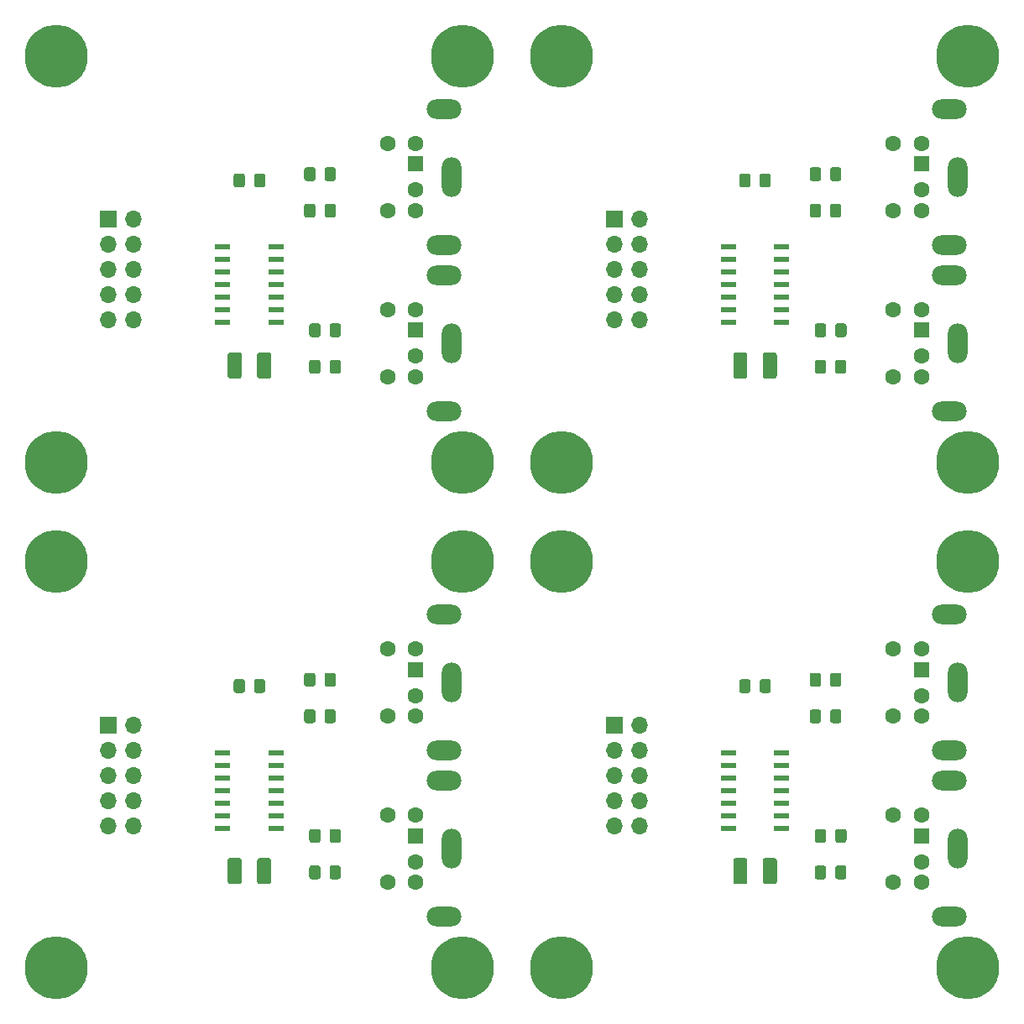
<source format=gts>
%MOIN*%
%OFA0B0*%
%FSLAX46Y46*%
%IPPOS*%
%LPD*%
%ADD10C,0.25*%
%ADD11O,0.13779527559055119X0.07874015748031496*%
%ADD12R,0.062992125984251982X0.062992125984251982*%
%ADD13C,0.062992125984251982*%
%ADD14O,0.07874015748031496X0.15748031496062992*%
%ADD15R,0.066929133858267723X0.066929133858267723*%
%ADD16O,0.066929133858267723X0.066929133858267723*%
%ADD17R,0.059055118110236227X0.023622047244094488*%
%ADD28C,0.25*%
%ADD29O,0.13779527559055119X0.07874015748031496*%
%ADD30R,0.062992125984251982X0.062992125984251982*%
%ADD31C,0.062992125984251982*%
%ADD32O,0.07874015748031496X0.15748031496062992*%
%ADD33R,0.066929133858267723X0.066929133858267723*%
%ADD34O,0.066929133858267723X0.066929133858267723*%
%ADD35R,0.059055118110236227X0.023622047244094488*%
%ADD36C,0.25*%
%ADD37O,0.13779527559055119X0.07874015748031496*%
%ADD38R,0.062992125984251982X0.062992125984251982*%
%ADD39C,0.062992125984251982*%
%ADD40O,0.07874015748031496X0.15748031496062992*%
%ADD41R,0.066929133858267723X0.066929133858267723*%
%ADD42O,0.066929133858267723X0.066929133858267723*%
%ADD43R,0.059055118110236227X0.023622047244094488*%
%ADD44C,0.25*%
%ADD45O,0.13779527559055119X0.07874015748031496*%
%ADD46R,0.062992125984251982X0.062992125984251982*%
%ADD47C,0.062992125984251982*%
%ADD48O,0.07874015748031496X0.15748031496062992*%
%ADD49R,0.066929133858267723X0.066929133858267723*%
%ADD50O,0.066929133858267723X0.066929133858267723*%
%ADD51R,0.059055118110236227X0.023622047244094488*%
G01*
D10*
X-0000393700Y0002322834D02*
X0000157480Y0000157480D03*
X0001771653Y0000157480D03*
X0001771653Y0001771653D03*
X0000157480Y0001771653D03*
D11*
X0001698503Y0001021968D03*
X0001698503Y0001561338D03*
D12*
X0001586299Y0001342834D03*
D13*
X0001586299Y0001240472D03*
X0001586299Y0001425511D03*
X0001586299Y0001157795D03*
X0001476062Y0001425511D03*
X0001476062Y0001157795D03*
D14*
X0001730000Y0001291653D03*
X0001730000Y0000631653D03*
D13*
X0001476062Y0000497795D03*
X0001476062Y0000765511D03*
X0001586299Y0000497795D03*
X0001586299Y0000765511D03*
X0001586299Y0000580472D03*
D12*
X0001586299Y0000682834D03*
D11*
X0001698503Y0000901338D03*
X0001698503Y0000361968D03*
D15*
X0000366299Y0001122834D03*
D16*
X0000466299Y0001122834D03*
X0000366299Y0001022834D03*
X0000466299Y0001022834D03*
X0000366299Y0000922834D03*
X0000466299Y0000922834D03*
X0000366299Y0000822834D03*
X0000466299Y0000822834D03*
X0000366299Y0000722834D03*
X0000466299Y0000722834D03*
D17*
X0000820000Y0001012834D03*
X0000820000Y0000962834D03*
X0000820000Y0000912834D03*
X0000820000Y0000862834D03*
X0000820000Y0000812834D03*
X0000820000Y0000762834D03*
X0000820000Y0000712834D03*
X0001032598Y0000712834D03*
X0001032598Y0000762834D03*
X0001032598Y0000812834D03*
X0001032598Y0000862834D03*
X0001032598Y0000912834D03*
X0001032598Y0000962834D03*
X0001032598Y0001012834D03*
G36*
G01*
X0000839685Y0000500511D02*
X0000839685Y0000585157D01*
G75*
G02*
X0000849527Y0000595000I0000009842D01*
G01*
X0000885944Y0000595000D01*
G75*
G02*
X0000895787Y0000585157J-0000009842D01*
G01*
X0000895787Y0000500511D01*
G75*
G02*
X0000885944Y0000490669I-0000009842D01*
G01*
X0000849527Y0000490669D01*
G75*
G02*
X0000839685Y0000500511J0000009842D01*
G01*
G37*
G36*
G01*
X0000956810Y0000500511D02*
X0000956810Y0000585157D01*
G75*
G02*
X0000966653Y0000595000I0000009842D01*
G01*
X0001003070Y0000595000D01*
G75*
G02*
X0001012913Y0000585157J-0000009842D01*
G01*
X0001012913Y0000500511D01*
G75*
G02*
X0001003070Y0000490669I-0000009842D01*
G01*
X0000966653Y0000490669D01*
G75*
G02*
X0000956810Y0000500511J0000009842D01*
G01*
G37*
G36*
G01*
X0001143307Y0001285118D02*
X0001143307Y0001320551D01*
G75*
G02*
X0001153149Y0001330393I0000009842D01*
G01*
X0001178740Y0001330393D01*
G75*
G02*
X0001188582Y0001320551J-0000009842D01*
G01*
X0001188582Y0001285118D01*
G75*
G02*
X0001178740Y0001275275I-0000009842D01*
G01*
X0001153149Y0001275275D01*
G75*
G02*
X0001143307Y0001285118J0000009842D01*
G01*
G37*
G36*
G01*
X0001224015Y0001285118D02*
X0001224015Y0001320551D01*
G75*
G02*
X0001233858Y0001330393I0000009842D01*
G01*
X0001259448Y0001330393D01*
G75*
G02*
X0001269291Y0001320551J-0000009842D01*
G01*
X0001269291Y0001285118D01*
G75*
G02*
X0001259448Y0001275275I-0000009842D01*
G01*
X0001233858Y0001275275D01*
G75*
G02*
X0001224015Y0001285118J0000009842D01*
G01*
G37*
G36*
G01*
X0001224015Y0001140118D02*
X0001224015Y0001175551D01*
G75*
G02*
X0001233858Y0001185393I0000009842D01*
G01*
X0001259448Y0001185393D01*
G75*
G02*
X0001269291Y0001175551J-0000009842D01*
G01*
X0001269291Y0001140118D01*
G75*
G02*
X0001259448Y0001130275I-0000009842D01*
G01*
X0001233858Y0001130275D01*
G75*
G02*
X0001224015Y0001140118J0000009842D01*
G01*
G37*
G36*
G01*
X0001143307Y0001140118D02*
X0001143307Y0001175551D01*
G75*
G02*
X0001153149Y0001185393I0000009842D01*
G01*
X0001178740Y0001185393D01*
G75*
G02*
X0001188582Y0001175551J-0000009842D01*
G01*
X0001188582Y0001140118D01*
G75*
G02*
X0001178740Y0001130275I-0000009842D01*
G01*
X0001153149Y0001130275D01*
G75*
G02*
X0001143307Y0001140118J0000009842D01*
G01*
G37*
G36*
G01*
X0001163661Y0000665118D02*
X0001163661Y0000700551D01*
G75*
G02*
X0001173503Y0000710393I0000009842D01*
G01*
X0001199094Y0000710393D01*
G75*
G02*
X0001208937Y0000700551J-0000009842D01*
G01*
X0001208937Y0000665118D01*
G75*
G02*
X0001199094Y0000655275I-0000009842D01*
G01*
X0001173503Y0000655275D01*
G75*
G02*
X0001163661Y0000665118J0000009842D01*
G01*
G37*
G36*
G01*
X0001244370Y0000665118D02*
X0001244370Y0000700551D01*
G75*
G02*
X0001254212Y0000710393I0000009842D01*
G01*
X0001279803Y0000710393D01*
G75*
G02*
X0001289645Y0000700551J-0000009842D01*
G01*
X0001289645Y0000665118D01*
G75*
G02*
X0001279803Y0000655275I-0000009842D01*
G01*
X0001254212Y0000655275D01*
G75*
G02*
X0001244370Y0000665118J0000009842D01*
G01*
G37*
G36*
G01*
X0001244015Y0000520118D02*
X0001244015Y0000555551D01*
G75*
G02*
X0001253858Y0000565393I0000009842D01*
G01*
X0001279448Y0000565393D01*
G75*
G02*
X0001289291Y0000555551J-0000009842D01*
G01*
X0001289291Y0000520118D01*
G75*
G02*
X0001279448Y0000510275I-0000009842D01*
G01*
X0001253858Y0000510275D01*
G75*
G02*
X0001244015Y0000520118J0000009842D01*
G01*
G37*
G36*
G01*
X0001163307Y0000520118D02*
X0001163307Y0000555551D01*
G75*
G02*
X0001173149Y0000565393I0000009842D01*
G01*
X0001198740Y0000565393D01*
G75*
G02*
X0001208582Y0000555551J-0000009842D01*
G01*
X0001208582Y0000520118D01*
G75*
G02*
X0001198740Y0000510275I-0000009842D01*
G01*
X0001173149Y0000510275D01*
G75*
G02*
X0001163307Y0000520118J0000009842D01*
G01*
G37*
G36*
G01*
X0000863307Y0001260118D02*
X0000863307Y0001295551D01*
G75*
G02*
X0000873149Y0001305393I0000009842D01*
G01*
X0000898740Y0001305393D01*
G75*
G02*
X0000908582Y0001295551J-0000009842D01*
G01*
X0000908582Y0001260118D01*
G75*
G02*
X0000898740Y0001250275I-0000009842D01*
G01*
X0000873149Y0001250275D01*
G75*
G02*
X0000863307Y0001260118J0000009842D01*
G01*
G37*
G36*
G01*
X0000944015Y0001260118D02*
X0000944015Y0001295551D01*
G75*
G02*
X0000953858Y0001305393I0000009842D01*
G01*
X0000979448Y0001305393D01*
G75*
G02*
X0000989291Y0001295551J-0000009842D01*
G01*
X0000989291Y0001260118D01*
G75*
G02*
X0000979448Y0001250275I-0000009842D01*
G01*
X0000953858Y0001250275D01*
G75*
G02*
X0000944015Y0001260118J0000009842D01*
G01*
G37*
G04 next file*
G04 #@! TF.GenerationSoftware,KiCad,Pcbnew,(5.1.10)-1*
G04 #@! TF.CreationDate,2022-01-20T17:19:38-05:00*
G04 #@! TF.ProjectId,PS2X49,50533258-3439-42e6-9b69-6361645f7063,X1*
G04 #@! TF.SameCoordinates,Original*
G04 #@! TF.FileFunction,Soldermask,Top*
G04 #@! TF.FilePolarity,Negative*
G04 Gerber Fmt 4.6, Leading zero omitted, Abs format (unit mm)*
G04 Created by KiCad (PCBNEW (5.1.10)-1) date 2022-01-20 17:19:38*
G01*
G04 APERTURE LIST*
G04 APERTURE END LIST*
D28*
X0001614173Y0004330708D02*
X0002165354Y0002165354D03*
X0003779527Y0002165354D03*
X0003779527Y0003779527D03*
X0002165354Y0003779527D03*
D29*
X0003706377Y0003029842D03*
X0003706377Y0003569212D03*
D30*
X0003594173Y0003350708D03*
D31*
X0003594173Y0003248346D03*
X0003594173Y0003433385D03*
X0003594173Y0003165669D03*
X0003483936Y0003433385D03*
X0003483936Y0003165669D03*
D32*
X0003737874Y0003299527D03*
X0003737874Y0002639527D03*
D31*
X0003483936Y0002505669D03*
X0003483936Y0002773385D03*
X0003594173Y0002505669D03*
X0003594173Y0002773385D03*
X0003594173Y0002588346D03*
D30*
X0003594173Y0002690708D03*
D29*
X0003706377Y0002909212D03*
X0003706377Y0002369842D03*
D33*
X0002374173Y0003130708D03*
D34*
X0002474173Y0003130708D03*
X0002374173Y0003030708D03*
X0002474173Y0003030708D03*
X0002374173Y0002930708D03*
X0002474173Y0002930708D03*
X0002374173Y0002830708D03*
X0002474173Y0002830708D03*
X0002374173Y0002730708D03*
X0002474173Y0002730708D03*
D35*
X0002827874Y0003020708D03*
X0002827874Y0002970708D03*
X0002827874Y0002920708D03*
X0002827874Y0002870708D03*
X0002827874Y0002820708D03*
X0002827874Y0002770708D03*
X0002827874Y0002720708D03*
X0003040472Y0002720708D03*
X0003040472Y0002770708D03*
X0003040472Y0002820708D03*
X0003040472Y0002870708D03*
X0003040472Y0002920708D03*
X0003040472Y0002970708D03*
X0003040472Y0003020708D03*
G36*
G01*
X0002847559Y0002508385D02*
X0002847559Y0002593031D01*
G75*
G02*
X0002857401Y0002602874I0000009842D01*
G01*
X0002893818Y0002602874D01*
G75*
G02*
X0002903661Y0002593031J-0000009842D01*
G01*
X0002903661Y0002508385D01*
G75*
G02*
X0002893818Y0002498543I-0000009842D01*
G01*
X0002857401Y0002498543D01*
G75*
G02*
X0002847559Y0002508385J0000009842D01*
G01*
G37*
G36*
G01*
X0002964685Y0002508385D02*
X0002964685Y0002593031D01*
G75*
G02*
X0002974527Y0002602874I0000009842D01*
G01*
X0003010944Y0002602874D01*
G75*
G02*
X0003020787Y0002593031J-0000009842D01*
G01*
X0003020787Y0002508385D01*
G75*
G02*
X0003010944Y0002498543I-0000009842D01*
G01*
X0002974527Y0002498543D01*
G75*
G02*
X0002964685Y0002508385J0000009842D01*
G01*
G37*
G36*
G01*
X0003151181Y0003292992D02*
X0003151181Y0003328425D01*
G75*
G02*
X0003161023Y0003338267I0000009842D01*
G01*
X0003186614Y0003338267D01*
G75*
G02*
X0003196456Y0003328425J-0000009842D01*
G01*
X0003196456Y0003292992D01*
G75*
G02*
X0003186614Y0003283149I-0000009842D01*
G01*
X0003161023Y0003283149D01*
G75*
G02*
X0003151181Y0003292992J0000009842D01*
G01*
G37*
G36*
G01*
X0003231889Y0003292992D02*
X0003231889Y0003328425D01*
G75*
G02*
X0003241732Y0003338267I0000009842D01*
G01*
X0003267322Y0003338267D01*
G75*
G02*
X0003277165Y0003328425J-0000009842D01*
G01*
X0003277165Y0003292992D01*
G75*
G02*
X0003267322Y0003283149I-0000009842D01*
G01*
X0003241732Y0003283149D01*
G75*
G02*
X0003231889Y0003292992J0000009842D01*
G01*
G37*
G36*
G01*
X0003231889Y0003147992D02*
X0003231889Y0003183425D01*
G75*
G02*
X0003241732Y0003193267I0000009842D01*
G01*
X0003267322Y0003193267D01*
G75*
G02*
X0003277165Y0003183425J-0000009842D01*
G01*
X0003277165Y0003147992D01*
G75*
G02*
X0003267322Y0003138149I-0000009842D01*
G01*
X0003241732Y0003138149D01*
G75*
G02*
X0003231889Y0003147992J0000009842D01*
G01*
G37*
G36*
G01*
X0003151181Y0003147992D02*
X0003151181Y0003183425D01*
G75*
G02*
X0003161023Y0003193267I0000009842D01*
G01*
X0003186614Y0003193267D01*
G75*
G02*
X0003196456Y0003183425J-0000009842D01*
G01*
X0003196456Y0003147992D01*
G75*
G02*
X0003186614Y0003138149I-0000009842D01*
G01*
X0003161023Y0003138149D01*
G75*
G02*
X0003151181Y0003147992J0000009842D01*
G01*
G37*
G36*
G01*
X0003171535Y0002672992D02*
X0003171535Y0002708425D01*
G75*
G02*
X0003181377Y0002718267I0000009842D01*
G01*
X0003206968Y0002718267D01*
G75*
G02*
X0003216811Y0002708425J-0000009842D01*
G01*
X0003216811Y0002672992D01*
G75*
G02*
X0003206968Y0002663149I-0000009842D01*
G01*
X0003181377Y0002663149D01*
G75*
G02*
X0003171535Y0002672992J0000009842D01*
G01*
G37*
G36*
G01*
X0003252244Y0002672992D02*
X0003252244Y0002708425D01*
G75*
G02*
X0003262086Y0002718267I0000009842D01*
G01*
X0003287677Y0002718267D01*
G75*
G02*
X0003297519Y0002708425J-0000009842D01*
G01*
X0003297519Y0002672992D01*
G75*
G02*
X0003287677Y0002663149I-0000009842D01*
G01*
X0003262086Y0002663149D01*
G75*
G02*
X0003252244Y0002672992J0000009842D01*
G01*
G37*
G36*
G01*
X0003251889Y0002527992D02*
X0003251889Y0002563425D01*
G75*
G02*
X0003261732Y0002573267I0000009842D01*
G01*
X0003287322Y0002573267D01*
G75*
G02*
X0003297165Y0002563425J-0000009842D01*
G01*
X0003297165Y0002527992D01*
G75*
G02*
X0003287322Y0002518149I-0000009842D01*
G01*
X0003261732Y0002518149D01*
G75*
G02*
X0003251889Y0002527992J0000009842D01*
G01*
G37*
G36*
G01*
X0003171181Y0002527992D02*
X0003171181Y0002563425D01*
G75*
G02*
X0003181023Y0002573267I0000009842D01*
G01*
X0003206614Y0002573267D01*
G75*
G02*
X0003216456Y0002563425J-0000009842D01*
G01*
X0003216456Y0002527992D01*
G75*
G02*
X0003206614Y0002518149I-0000009842D01*
G01*
X0003181023Y0002518149D01*
G75*
G02*
X0003171181Y0002527992J0000009842D01*
G01*
G37*
G36*
G01*
X0002871181Y0003267992D02*
X0002871181Y0003303425D01*
G75*
G02*
X0002881023Y0003313267I0000009842D01*
G01*
X0002906614Y0003313267D01*
G75*
G02*
X0002916456Y0003303425J-0000009842D01*
G01*
X0002916456Y0003267992D01*
G75*
G02*
X0002906614Y0003258149I-0000009842D01*
G01*
X0002881023Y0003258149D01*
G75*
G02*
X0002871181Y0003267992J0000009842D01*
G01*
G37*
G36*
G01*
X0002951889Y0003267992D02*
X0002951889Y0003303425D01*
G75*
G02*
X0002961732Y0003313267I0000009842D01*
G01*
X0002987322Y0003313267D01*
G75*
G02*
X0002997165Y0003303425J-0000009842D01*
G01*
X0002997165Y0003267992D01*
G75*
G02*
X0002987322Y0003258149I-0000009842D01*
G01*
X0002961732Y0003258149D01*
G75*
G02*
X0002951889Y0003267992J0000009842D01*
G01*
G37*
G04 next file*
G04 #@! TF.GenerationSoftware,KiCad,Pcbnew,(5.1.10)-1*
G04 #@! TF.CreationDate,2022-01-20T17:19:38-05:00*
G04 #@! TF.ProjectId,PS2X49,50533258-3439-42e6-9b69-6361645f7063,X1*
G04 #@! TF.SameCoordinates,Original*
G04 #@! TF.FileFunction,Soldermask,Top*
G04 #@! TF.FilePolarity,Negative*
G04 Gerber Fmt 4.6, Leading zero omitted, Abs format (unit mm)*
G04 Created by KiCad (PCBNEW (5.1.10)-1) date 2022-01-20 17:19:38*
G01*
G04 APERTURE LIST*
G04 APERTURE END LIST*
D36*
X0001614173Y0002322834D02*
X0002165354Y0000157480D03*
X0003779527Y0000157480D03*
X0003779527Y0001771653D03*
X0002165354Y0001771653D03*
D37*
X0003706377Y0001021968D03*
X0003706377Y0001561338D03*
D38*
X0003594173Y0001342834D03*
D39*
X0003594173Y0001240472D03*
X0003594173Y0001425511D03*
X0003594173Y0001157795D03*
X0003483936Y0001425511D03*
X0003483936Y0001157795D03*
D40*
X0003737874Y0001291653D03*
X0003737874Y0000631653D03*
D39*
X0003483936Y0000497795D03*
X0003483936Y0000765511D03*
X0003594173Y0000497795D03*
X0003594173Y0000765511D03*
X0003594173Y0000580472D03*
D38*
X0003594173Y0000682834D03*
D37*
X0003706377Y0000901338D03*
X0003706377Y0000361968D03*
D41*
X0002374173Y0001122834D03*
D42*
X0002474173Y0001122834D03*
X0002374173Y0001022834D03*
X0002474173Y0001022834D03*
X0002374173Y0000922834D03*
X0002474173Y0000922834D03*
X0002374173Y0000822834D03*
X0002474173Y0000822834D03*
X0002374173Y0000722834D03*
X0002474173Y0000722834D03*
D43*
X0002827874Y0001012834D03*
X0002827874Y0000962834D03*
X0002827874Y0000912834D03*
X0002827874Y0000862834D03*
X0002827874Y0000812834D03*
X0002827874Y0000762834D03*
X0002827874Y0000712834D03*
X0003040472Y0000712834D03*
X0003040472Y0000762834D03*
X0003040472Y0000812834D03*
X0003040472Y0000862834D03*
X0003040472Y0000912834D03*
X0003040472Y0000962834D03*
X0003040472Y0001012834D03*
G36*
G01*
X0002847559Y0000500511D02*
X0002847559Y0000585157D01*
G75*
G02*
X0002857401Y0000595000I0000009842D01*
G01*
X0002893818Y0000595000D01*
G75*
G02*
X0002903661Y0000585157J-0000009842D01*
G01*
X0002903661Y0000500511D01*
G75*
G02*
X0002893818Y0000490669I-0000009842D01*
G01*
X0002857401Y0000490669D01*
G75*
G02*
X0002847559Y0000500511J0000009842D01*
G01*
G37*
G36*
G01*
X0002964685Y0000500511D02*
X0002964685Y0000585157D01*
G75*
G02*
X0002974527Y0000595000I0000009842D01*
G01*
X0003010944Y0000595000D01*
G75*
G02*
X0003020787Y0000585157J-0000009842D01*
G01*
X0003020787Y0000500511D01*
G75*
G02*
X0003010944Y0000490669I-0000009842D01*
G01*
X0002974527Y0000490669D01*
G75*
G02*
X0002964685Y0000500511J0000009842D01*
G01*
G37*
G36*
G01*
X0003151181Y0001285118D02*
X0003151181Y0001320551D01*
G75*
G02*
X0003161023Y0001330393I0000009842D01*
G01*
X0003186614Y0001330393D01*
G75*
G02*
X0003196456Y0001320551J-0000009842D01*
G01*
X0003196456Y0001285118D01*
G75*
G02*
X0003186614Y0001275275I-0000009842D01*
G01*
X0003161023Y0001275275D01*
G75*
G02*
X0003151181Y0001285118J0000009842D01*
G01*
G37*
G36*
G01*
X0003231889Y0001285118D02*
X0003231889Y0001320551D01*
G75*
G02*
X0003241732Y0001330393I0000009842D01*
G01*
X0003267322Y0001330393D01*
G75*
G02*
X0003277165Y0001320551J-0000009842D01*
G01*
X0003277165Y0001285118D01*
G75*
G02*
X0003267322Y0001275275I-0000009842D01*
G01*
X0003241732Y0001275275D01*
G75*
G02*
X0003231889Y0001285118J0000009842D01*
G01*
G37*
G36*
G01*
X0003231889Y0001140118D02*
X0003231889Y0001175551D01*
G75*
G02*
X0003241732Y0001185393I0000009842D01*
G01*
X0003267322Y0001185393D01*
G75*
G02*
X0003277165Y0001175551J-0000009842D01*
G01*
X0003277165Y0001140118D01*
G75*
G02*
X0003267322Y0001130275I-0000009842D01*
G01*
X0003241732Y0001130275D01*
G75*
G02*
X0003231889Y0001140118J0000009842D01*
G01*
G37*
G36*
G01*
X0003151181Y0001140118D02*
X0003151181Y0001175551D01*
G75*
G02*
X0003161023Y0001185393I0000009842D01*
G01*
X0003186614Y0001185393D01*
G75*
G02*
X0003196456Y0001175551J-0000009842D01*
G01*
X0003196456Y0001140118D01*
G75*
G02*
X0003186614Y0001130275I-0000009842D01*
G01*
X0003161023Y0001130275D01*
G75*
G02*
X0003151181Y0001140118J0000009842D01*
G01*
G37*
G36*
G01*
X0003171535Y0000665118D02*
X0003171535Y0000700551D01*
G75*
G02*
X0003181377Y0000710393I0000009842D01*
G01*
X0003206968Y0000710393D01*
G75*
G02*
X0003216811Y0000700551J-0000009842D01*
G01*
X0003216811Y0000665118D01*
G75*
G02*
X0003206968Y0000655275I-0000009842D01*
G01*
X0003181377Y0000655275D01*
G75*
G02*
X0003171535Y0000665118J0000009842D01*
G01*
G37*
G36*
G01*
X0003252244Y0000665118D02*
X0003252244Y0000700551D01*
G75*
G02*
X0003262086Y0000710393I0000009842D01*
G01*
X0003287677Y0000710393D01*
G75*
G02*
X0003297519Y0000700551J-0000009842D01*
G01*
X0003297519Y0000665118D01*
G75*
G02*
X0003287677Y0000655275I-0000009842D01*
G01*
X0003262086Y0000655275D01*
G75*
G02*
X0003252244Y0000665118J0000009842D01*
G01*
G37*
G36*
G01*
X0003251889Y0000520118D02*
X0003251889Y0000555551D01*
G75*
G02*
X0003261732Y0000565393I0000009842D01*
G01*
X0003287322Y0000565393D01*
G75*
G02*
X0003297165Y0000555551J-0000009842D01*
G01*
X0003297165Y0000520118D01*
G75*
G02*
X0003287322Y0000510275I-0000009842D01*
G01*
X0003261732Y0000510275D01*
G75*
G02*
X0003251889Y0000520118J0000009842D01*
G01*
G37*
G36*
G01*
X0003171181Y0000520118D02*
X0003171181Y0000555551D01*
G75*
G02*
X0003181023Y0000565393I0000009842D01*
G01*
X0003206614Y0000565393D01*
G75*
G02*
X0003216456Y0000555551J-0000009842D01*
G01*
X0003216456Y0000520118D01*
G75*
G02*
X0003206614Y0000510275I-0000009842D01*
G01*
X0003181023Y0000510275D01*
G75*
G02*
X0003171181Y0000520118J0000009842D01*
G01*
G37*
G36*
G01*
X0002871181Y0001260118D02*
X0002871181Y0001295551D01*
G75*
G02*
X0002881023Y0001305393I0000009842D01*
G01*
X0002906614Y0001305393D01*
G75*
G02*
X0002916456Y0001295551J-0000009842D01*
G01*
X0002916456Y0001260118D01*
G75*
G02*
X0002906614Y0001250275I-0000009842D01*
G01*
X0002881023Y0001250275D01*
G75*
G02*
X0002871181Y0001260118J0000009842D01*
G01*
G37*
G36*
G01*
X0002951889Y0001260118D02*
X0002951889Y0001295551D01*
G75*
G02*
X0002961732Y0001305393I0000009842D01*
G01*
X0002987322Y0001305393D01*
G75*
G02*
X0002997165Y0001295551J-0000009842D01*
G01*
X0002997165Y0001260118D01*
G75*
G02*
X0002987322Y0001250275I-0000009842D01*
G01*
X0002961732Y0001250275D01*
G75*
G02*
X0002951889Y0001260118J0000009842D01*
G01*
G37*
G04 next file*
G04 #@! TF.GenerationSoftware,KiCad,Pcbnew,(5.1.10)-1*
G04 #@! TF.CreationDate,2022-01-20T17:19:38-05:00*
G04 #@! TF.ProjectId,PS2X49,50533258-3439-42e6-9b69-6361645f7063,X1*
G04 #@! TF.SameCoordinates,Original*
G04 #@! TF.FileFunction,Soldermask,Top*
G04 #@! TF.FilePolarity,Negative*
G04 Gerber Fmt 4.6, Leading zero omitted, Abs format (unit mm)*
G04 Created by KiCad (PCBNEW (5.1.10)-1) date 2022-01-20 17:19:38*
G01*
G04 APERTURE LIST*
G04 APERTURE END LIST*
D44*
X-0000393700Y0004330708D02*
X0000157480Y0002165354D03*
X0001771653Y0002165354D03*
X0001771653Y0003779527D03*
X0000157480Y0003779527D03*
D45*
X0001698503Y0003029842D03*
X0001698503Y0003569212D03*
D46*
X0001586299Y0003350708D03*
D47*
X0001586299Y0003248346D03*
X0001586299Y0003433385D03*
X0001586299Y0003165669D03*
X0001476062Y0003433385D03*
X0001476062Y0003165669D03*
D48*
X0001730000Y0003299527D03*
X0001730000Y0002639527D03*
D47*
X0001476062Y0002505669D03*
X0001476062Y0002773385D03*
X0001586299Y0002505669D03*
X0001586299Y0002773385D03*
X0001586299Y0002588346D03*
D46*
X0001586299Y0002690708D03*
D45*
X0001698503Y0002909212D03*
X0001698503Y0002369842D03*
D49*
X0000366299Y0003130708D03*
D50*
X0000466299Y0003130708D03*
X0000366299Y0003030708D03*
X0000466299Y0003030708D03*
X0000366299Y0002930708D03*
X0000466299Y0002930708D03*
X0000366299Y0002830708D03*
X0000466299Y0002830708D03*
X0000366299Y0002730708D03*
X0000466299Y0002730708D03*
D51*
X0000820000Y0003020708D03*
X0000820000Y0002970708D03*
X0000820000Y0002920708D03*
X0000820000Y0002870708D03*
X0000820000Y0002820708D03*
X0000820000Y0002770708D03*
X0000820000Y0002720708D03*
X0001032598Y0002720708D03*
X0001032598Y0002770708D03*
X0001032598Y0002820708D03*
X0001032598Y0002870708D03*
X0001032598Y0002920708D03*
X0001032598Y0002970708D03*
X0001032598Y0003020708D03*
G36*
G01*
X0000839685Y0002508385D02*
X0000839685Y0002593031D01*
G75*
G02*
X0000849527Y0002602874I0000009842D01*
G01*
X0000885944Y0002602874D01*
G75*
G02*
X0000895787Y0002593031J-0000009842D01*
G01*
X0000895787Y0002508385D01*
G75*
G02*
X0000885944Y0002498543I-0000009842D01*
G01*
X0000849527Y0002498543D01*
G75*
G02*
X0000839685Y0002508385J0000009842D01*
G01*
G37*
G36*
G01*
X0000956810Y0002508385D02*
X0000956810Y0002593031D01*
G75*
G02*
X0000966653Y0002602874I0000009842D01*
G01*
X0001003070Y0002602874D01*
G75*
G02*
X0001012913Y0002593031J-0000009842D01*
G01*
X0001012913Y0002508385D01*
G75*
G02*
X0001003070Y0002498543I-0000009842D01*
G01*
X0000966653Y0002498543D01*
G75*
G02*
X0000956810Y0002508385J0000009842D01*
G01*
G37*
G36*
G01*
X0001143307Y0003292992D02*
X0001143307Y0003328425D01*
G75*
G02*
X0001153149Y0003338267I0000009842D01*
G01*
X0001178740Y0003338267D01*
G75*
G02*
X0001188582Y0003328425J-0000009842D01*
G01*
X0001188582Y0003292992D01*
G75*
G02*
X0001178740Y0003283149I-0000009842D01*
G01*
X0001153149Y0003283149D01*
G75*
G02*
X0001143307Y0003292992J0000009842D01*
G01*
G37*
G36*
G01*
X0001224015Y0003292992D02*
X0001224015Y0003328425D01*
G75*
G02*
X0001233858Y0003338267I0000009842D01*
G01*
X0001259448Y0003338267D01*
G75*
G02*
X0001269291Y0003328425J-0000009842D01*
G01*
X0001269291Y0003292992D01*
G75*
G02*
X0001259448Y0003283149I-0000009842D01*
G01*
X0001233858Y0003283149D01*
G75*
G02*
X0001224015Y0003292992J0000009842D01*
G01*
G37*
G36*
G01*
X0001224015Y0003147992D02*
X0001224015Y0003183425D01*
G75*
G02*
X0001233858Y0003193267I0000009842D01*
G01*
X0001259448Y0003193267D01*
G75*
G02*
X0001269291Y0003183425J-0000009842D01*
G01*
X0001269291Y0003147992D01*
G75*
G02*
X0001259448Y0003138149I-0000009842D01*
G01*
X0001233858Y0003138149D01*
G75*
G02*
X0001224015Y0003147992J0000009842D01*
G01*
G37*
G36*
G01*
X0001143307Y0003147992D02*
X0001143307Y0003183425D01*
G75*
G02*
X0001153149Y0003193267I0000009842D01*
G01*
X0001178740Y0003193267D01*
G75*
G02*
X0001188582Y0003183425J-0000009842D01*
G01*
X0001188582Y0003147992D01*
G75*
G02*
X0001178740Y0003138149I-0000009842D01*
G01*
X0001153149Y0003138149D01*
G75*
G02*
X0001143307Y0003147992J0000009842D01*
G01*
G37*
G36*
G01*
X0001163661Y0002672992D02*
X0001163661Y0002708425D01*
G75*
G02*
X0001173503Y0002718267I0000009842D01*
G01*
X0001199094Y0002718267D01*
G75*
G02*
X0001208937Y0002708425J-0000009842D01*
G01*
X0001208937Y0002672992D01*
G75*
G02*
X0001199094Y0002663149I-0000009842D01*
G01*
X0001173503Y0002663149D01*
G75*
G02*
X0001163661Y0002672992J0000009842D01*
G01*
G37*
G36*
G01*
X0001244370Y0002672992D02*
X0001244370Y0002708425D01*
G75*
G02*
X0001254212Y0002718267I0000009842D01*
G01*
X0001279803Y0002718267D01*
G75*
G02*
X0001289645Y0002708425J-0000009842D01*
G01*
X0001289645Y0002672992D01*
G75*
G02*
X0001279803Y0002663149I-0000009842D01*
G01*
X0001254212Y0002663149D01*
G75*
G02*
X0001244370Y0002672992J0000009842D01*
G01*
G37*
G36*
G01*
X0001244015Y0002527992D02*
X0001244015Y0002563425D01*
G75*
G02*
X0001253858Y0002573267I0000009842D01*
G01*
X0001279448Y0002573267D01*
G75*
G02*
X0001289291Y0002563425J-0000009842D01*
G01*
X0001289291Y0002527992D01*
G75*
G02*
X0001279448Y0002518149I-0000009842D01*
G01*
X0001253858Y0002518149D01*
G75*
G02*
X0001244015Y0002527992J0000009842D01*
G01*
G37*
G36*
G01*
X0001163307Y0002527992D02*
X0001163307Y0002563425D01*
G75*
G02*
X0001173149Y0002573267I0000009842D01*
G01*
X0001198740Y0002573267D01*
G75*
G02*
X0001208582Y0002563425J-0000009842D01*
G01*
X0001208582Y0002527992D01*
G75*
G02*
X0001198740Y0002518149I-0000009842D01*
G01*
X0001173149Y0002518149D01*
G75*
G02*
X0001163307Y0002527992J0000009842D01*
G01*
G37*
G36*
G01*
X0000863307Y0003267992D02*
X0000863307Y0003303425D01*
G75*
G02*
X0000873149Y0003313267I0000009842D01*
G01*
X0000898740Y0003313267D01*
G75*
G02*
X0000908582Y0003303425J-0000009842D01*
G01*
X0000908582Y0003267992D01*
G75*
G02*
X0000898740Y0003258149I-0000009842D01*
G01*
X0000873149Y0003258149D01*
G75*
G02*
X0000863307Y0003267992J0000009842D01*
G01*
G37*
G36*
G01*
X0000944015Y0003267992D02*
X0000944015Y0003303425D01*
G75*
G02*
X0000953858Y0003313267I0000009842D01*
G01*
X0000979448Y0003313267D01*
G75*
G02*
X0000989291Y0003303425J-0000009842D01*
G01*
X0000989291Y0003267992D01*
G75*
G02*
X0000979448Y0003258149I-0000009842D01*
G01*
X0000953858Y0003258149D01*
G75*
G02*
X0000944015Y0003267992J0000009842D01*
G01*
G37*
M02*
</source>
